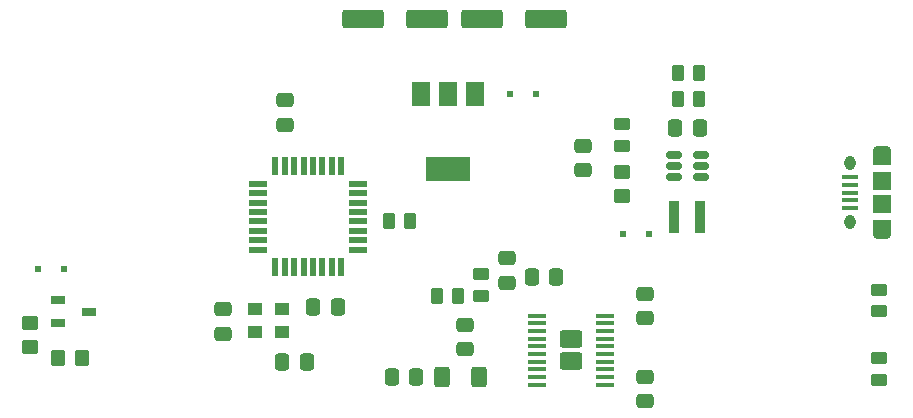
<source format=gbp>
%TF.GenerationSoftware,KiCad,Pcbnew,(6.0.0)*%
%TF.CreationDate,2022-11-20T21:00:10+02:00*%
%TF.ProjectId,djiFriend,646a6946-7269-4656-9e64-2e6b69636164,rev?*%
%TF.SameCoordinates,Original*%
%TF.FileFunction,Paste,Bot*%
%TF.FilePolarity,Positive*%
%FSLAX46Y46*%
G04 Gerber Fmt 4.6, Leading zero omitted, Abs format (unit mm)*
G04 Created by KiCad (PCBNEW (6.0.0)) date 2022-11-20 21:00:10*
%MOMM*%
%LPD*%
G01*
G04 APERTURE LIST*
G04 Aperture macros list*
%AMRoundRect*
0 Rectangle with rounded corners*
0 $1 Rounding radius*
0 $2 $3 $4 $5 $6 $7 $8 $9 X,Y pos of 4 corners*
0 Add a 4 corners polygon primitive as box body*
4,1,4,$2,$3,$4,$5,$6,$7,$8,$9,$2,$3,0*
0 Add four circle primitives for the rounded corners*
1,1,$1+$1,$2,$3*
1,1,$1+$1,$4,$5*
1,1,$1+$1,$6,$7*
1,1,$1+$1,$8,$9*
0 Add four rect primitives between the rounded corners*
20,1,$1+$1,$2,$3,$4,$5,0*
20,1,$1+$1,$4,$5,$6,$7,0*
20,1,$1+$1,$6,$7,$8,$9,0*
20,1,$1+$1,$8,$9,$2,$3,0*%
G04 Aperture macros list end*
%ADD10RoundRect,0.250000X0.475000X-0.337500X0.475000X0.337500X-0.475000X0.337500X-0.475000X-0.337500X0*%
%ADD11RoundRect,0.250000X0.350000X0.450000X-0.350000X0.450000X-0.350000X-0.450000X0.350000X-0.450000X0*%
%ADD12RoundRect,0.250000X-0.337500X-0.475000X0.337500X-0.475000X0.337500X0.475000X-0.337500X0.475000X0*%
%ADD13RoundRect,0.250000X-0.450000X0.262500X-0.450000X-0.262500X0.450000X-0.262500X0.450000X0.262500X0*%
%ADD14RoundRect,0.250000X-0.450000X0.350000X-0.450000X-0.350000X0.450000X-0.350000X0.450000X0.350000X0*%
%ADD15RoundRect,0.250000X0.262500X0.450000X-0.262500X0.450000X-0.262500X-0.450000X0.262500X-0.450000X0*%
%ADD16RoundRect,0.250000X0.337500X0.475000X-0.337500X0.475000X-0.337500X-0.475000X0.337500X-0.475000X0*%
%ADD17RoundRect,0.250000X-1.500000X-0.550000X1.500000X-0.550000X1.500000X0.550000X-1.500000X0.550000X0*%
%ADD18R,0.500000X0.500000*%
%ADD19RoundRect,0.250000X1.500000X0.550000X-1.500000X0.550000X-1.500000X-0.550000X1.500000X-0.550000X0*%
%ADD20R,0.850000X2.700000*%
%ADD21R,1.300000X1.100000*%
%ADD22R,1.500000X2.000000*%
%ADD23R,3.800000X2.000000*%
%ADD24R,1.220000X0.650000*%
%ADD25RoundRect,0.250000X-0.262500X-0.450000X0.262500X-0.450000X0.262500X0.450000X-0.262500X0.450000X0*%
%ADD26RoundRect,0.150000X-0.512500X-0.150000X0.512500X-0.150000X0.512500X0.150000X-0.512500X0.150000X0*%
%ADD27RoundRect,0.250000X0.450000X-0.262500X0.450000X0.262500X-0.450000X0.262500X-0.450000X-0.262500X0*%
%ADD28RoundRect,0.250000X-0.475000X0.337500X-0.475000X-0.337500X0.475000X-0.337500X0.475000X0.337500X0*%
%ADD29RoundRect,0.250000X-0.400000X-0.625000X0.400000X-0.625000X0.400000X0.625000X-0.400000X0.625000X0*%
%ADD30R,0.550000X1.600000*%
%ADD31R,1.600000X0.550000*%
%ADD32O,1.550000X0.890000*%
%ADD33O,0.950000X1.250000*%
%ADD34R,1.350000X0.400000*%
%ADD35R,1.550000X1.500000*%
%ADD36R,1.550000X1.200000*%
%ADD37RoundRect,0.250000X-0.715000X-0.495000X0.715000X-0.495000X0.715000X0.495000X-0.715000X0.495000X0*%
%ADD38RoundRect,0.100000X-0.687500X-0.100000X0.687500X-0.100000X0.687500X0.100000X-0.687500X0.100000X0*%
%ADD39RoundRect,0.250000X0.450000X-0.350000X0.450000X0.350000X-0.450000X0.350000X-0.450000X-0.350000X0*%
G04 APERTURE END LIST*
D10*
X108094600Y-73893500D03*
X108094600Y-71818500D03*
D11*
X72106010Y-80290000D03*
X70106010Y-80290000D03*
D12*
X89070000Y-80577600D03*
X91145000Y-80577600D03*
D13*
X139616000Y-74458100D03*
X139616000Y-76283100D03*
D14*
X67718410Y-77292800D03*
X67718410Y-79292800D03*
D15*
X103977900Y-74989600D03*
X102152900Y-74989600D03*
X124399500Y-58352600D03*
X122574500Y-58352600D03*
D16*
X100441400Y-81873000D03*
X98366400Y-81873000D03*
D17*
X105986400Y-51545400D03*
X111386400Y-51545400D03*
D18*
X117885700Y-69733150D03*
X120085700Y-69733150D03*
D19*
X101353400Y-51545400D03*
X95953400Y-51545400D03*
D10*
X89273200Y-60486200D03*
X89273200Y-58411200D03*
D20*
X124479500Y-68336150D03*
X122229500Y-68336150D03*
D21*
X86777000Y-76122400D03*
X89077000Y-76122400D03*
X89077000Y-78022400D03*
X86777000Y-78022400D03*
D22*
X100790800Y-57920400D03*
X103090800Y-57920400D03*
D23*
X103090800Y-64220400D03*
D22*
X105390800Y-57920400D03*
D24*
X70091410Y-77277600D03*
X70091410Y-75377600D03*
X72711410Y-76327600D03*
D12*
X110202800Y-73364000D03*
X112277800Y-73364000D03*
D18*
X108366200Y-57920800D03*
X110566200Y-57920800D03*
X68394400Y-72745600D03*
X70594400Y-72745600D03*
D25*
X98087000Y-68690400D03*
X99912000Y-68690400D03*
D26*
X122242400Y-64942750D03*
X122242400Y-63992750D03*
X122242400Y-63042750D03*
X124517400Y-63042750D03*
X124517400Y-63992750D03*
X124517400Y-64942750D03*
D12*
X91694000Y-75929400D03*
X93769000Y-75929400D03*
D27*
X139641400Y-82074300D03*
X139641400Y-80249300D03*
X105910200Y-74987700D03*
X105910200Y-73162700D03*
D28*
X119778600Y-81822200D03*
X119778600Y-83897200D03*
D16*
X124417400Y-60817750D03*
X122342400Y-60817750D03*
D25*
X122574500Y-56092000D03*
X124399500Y-56092000D03*
D29*
X102632400Y-81898400D03*
X105732400Y-81898400D03*
D28*
X84066200Y-76115000D03*
X84066200Y-78190000D03*
D30*
X94079800Y-72534000D03*
X93279800Y-72534000D03*
X92479800Y-72534000D03*
X91679800Y-72534000D03*
X90879800Y-72534000D03*
X90079800Y-72534000D03*
X89279800Y-72534000D03*
X88479800Y-72534000D03*
D31*
X87029800Y-71084000D03*
X87029800Y-70284000D03*
X87029800Y-69484000D03*
X87029800Y-68684000D03*
X87029800Y-67884000D03*
X87029800Y-67084000D03*
X87029800Y-66284000D03*
X87029800Y-65484000D03*
D30*
X88479800Y-64034000D03*
X89279800Y-64034000D03*
X90079800Y-64034000D03*
X90879800Y-64034000D03*
X91679800Y-64034000D03*
X92479800Y-64034000D03*
X93279800Y-64034000D03*
X94079800Y-64034000D03*
D31*
X95529800Y-65484000D03*
X95529800Y-66284000D03*
X95529800Y-67084000D03*
X95529800Y-67884000D03*
X95529800Y-68684000D03*
X95529800Y-69484000D03*
X95529800Y-70284000D03*
X95529800Y-71084000D03*
D32*
X139838800Y-69752000D03*
D33*
X137138800Y-68752000D03*
D32*
X139838800Y-62752000D03*
D33*
X137138800Y-63752000D03*
D34*
X137138800Y-64952000D03*
X137138800Y-65602000D03*
X137138800Y-66252000D03*
X137138800Y-66902000D03*
X137138800Y-67552000D03*
D35*
X139838800Y-65252000D03*
D36*
X139838800Y-63352000D03*
X139838800Y-69152000D03*
D35*
X139838800Y-67252000D03*
D10*
X114540700Y-64344450D03*
X114540700Y-62269450D03*
D37*
X113504800Y-80512000D03*
X113504800Y-78662000D03*
D38*
X110642300Y-82512000D03*
X110642300Y-81862000D03*
X110642300Y-81212000D03*
X110642300Y-80562000D03*
X110642300Y-79912000D03*
X110642300Y-79262000D03*
X110642300Y-78612000D03*
X110642300Y-77962000D03*
X110642300Y-77312000D03*
X110642300Y-76662000D03*
X116367300Y-76662000D03*
X116367300Y-77312000D03*
X116367300Y-77962000D03*
X116367300Y-78612000D03*
X116367300Y-79262000D03*
X116367300Y-79912000D03*
X116367300Y-80562000D03*
X116367300Y-81212000D03*
X116367300Y-81862000D03*
X116367300Y-82512000D03*
D27*
X117868100Y-62287150D03*
X117868100Y-60462150D03*
D28*
X104513200Y-77431900D03*
X104513200Y-79506900D03*
D39*
X117868100Y-66500750D03*
X117868100Y-64500750D03*
D10*
X119804000Y-76886800D03*
X119804000Y-74811800D03*
M02*

</source>
